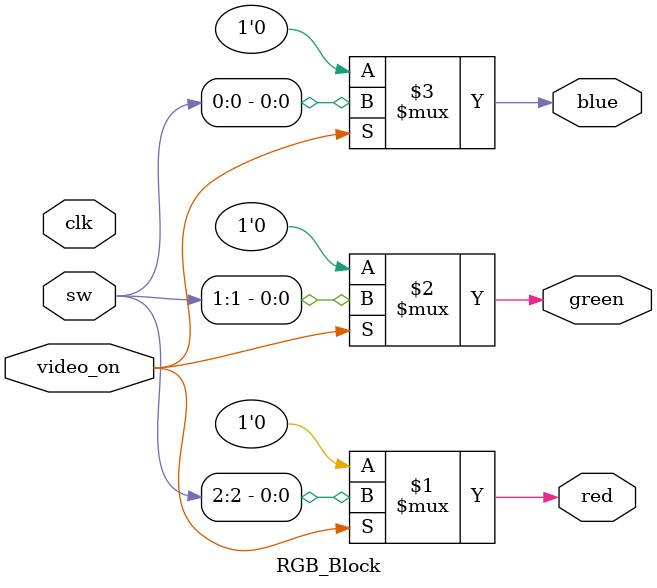
<source format=v>
module RGB_Block (
  input  wire clk,
  input video_on,
  input [2:0]sw,
  output reg red,
  output reg green,
  output reg blue
);
   assign red = video_on? sw[2]:1'b0;
   assign green = video_on? sw[1] : 1'b0;
   assign blue = video_on ? sw[0]:1'b0;

endmodule

</source>
